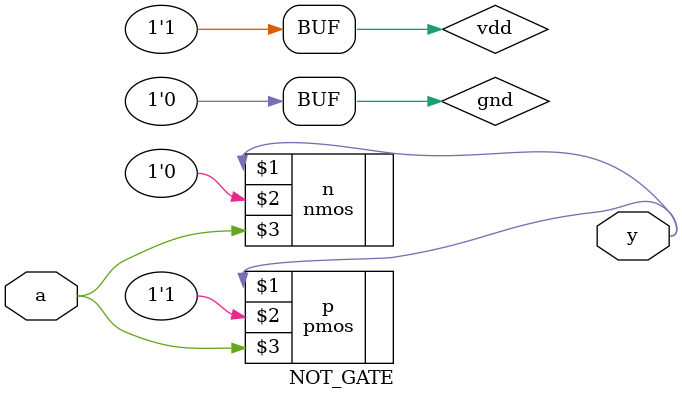
<source format=v>
module NOT_GATE(a,y);
     input a;
     output y;

     //internol signols
     supply1 vdd;
     supply0 gnd;

     //switch primitives
     pmos p(y,vdd,a);
     nmos n(y,gnd,a);
endmodule

</source>
